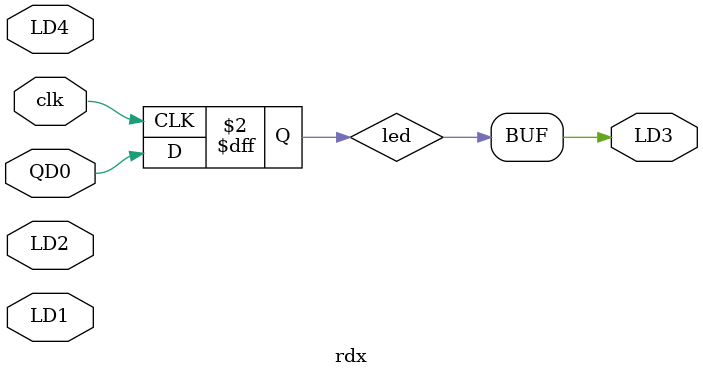
<source format=v>
module rdx (
	input clk,
	input LD1,
	input LD2,
	output LD3,
	input LD4,
	input QD0
);

reg led;
assign LD3 = led;

always @(posedge clk)
	led = QD0;

endmodule


</source>
